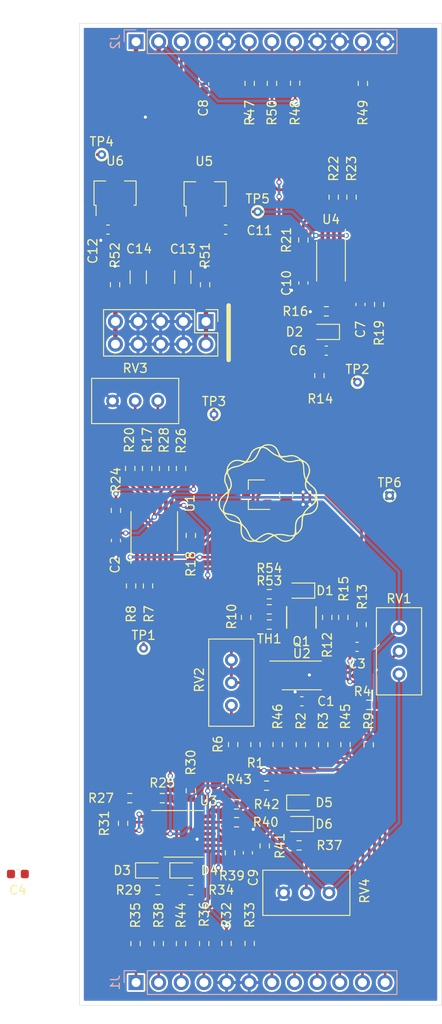
<source format=kicad_pcb>
(kicad_pcb (version 20211014) (generator pcbnew)

  (general
    (thickness 1.6)
  )

  (paper "A4")
  (layers
    (0 "F.Cu" signal)
    (31 "B.Cu" signal)
    (32 "B.Adhes" user "B.Adhesive")
    (33 "F.Adhes" user "F.Adhesive")
    (34 "B.Paste" user)
    (35 "F.Paste" user)
    (36 "B.SilkS" user "B.Silkscreen")
    (37 "F.SilkS" user "F.Silkscreen")
    (38 "B.Mask" user)
    (39 "F.Mask" user)
    (40 "Dwgs.User" user "User.Drawings")
    (41 "Cmts.User" user "User.Comments")
    (42 "Eco1.User" user "User.Eco1")
    (43 "Eco2.User" user "User.Eco2")
    (44 "Edge.Cuts" user)
    (45 "Margin" user)
    (46 "B.CrtYd" user "B.Courtyard")
    (47 "F.CrtYd" user "F.Courtyard")
    (48 "B.Fab" user)
    (49 "F.Fab" user)
  )

  (setup
    (stackup
      (layer "F.SilkS" (type "Top Silk Screen") (color "White"))
      (layer "F.Paste" (type "Top Solder Paste"))
      (layer "F.Mask" (type "Top Solder Mask") (color "Green") (thickness 0.01))
      (layer "F.Cu" (type "copper") (thickness 0.035))
      (layer "dielectric 1" (type "core") (thickness 1.51) (material "FR4") (epsilon_r 4.5) (loss_tangent 0.02))
      (layer "B.Cu" (type "copper") (thickness 0.035))
      (layer "B.Mask" (type "Bottom Solder Mask") (color "Green") (thickness 0.01))
      (layer "B.Paste" (type "Bottom Solder Paste"))
      (layer "B.SilkS" (type "Bottom Silk Screen") (color "White"))
      (copper_finish "ENIG")
      (dielectric_constraints no)
    )
    (pad_to_mask_clearance 0.05)
    (solder_mask_min_width 0.2)
    (grid_origin 100 140)
    (pcbplotparams
      (layerselection 0x00010fc_ffffffff)
      (disableapertmacros false)
      (usegerberextensions false)
      (usegerberattributes true)
      (usegerberadvancedattributes true)
      (creategerberjobfile true)
      (svguseinch false)
      (svgprecision 6)
      (excludeedgelayer true)
      (plotframeref false)
      (viasonmask false)
      (mode 1)
      (useauxorigin false)
      (hpglpennumber 1)
      (hpglpenspeed 20)
      (hpglpendiameter 15.000000)
      (dxfpolygonmode true)
      (dxfimperialunits true)
      (dxfusepcbnewfont true)
      (psnegative false)
      (psa4output false)
      (plotreference true)
      (plotvalue true)
      (plotinvisibletext false)
      (sketchpadsonfab false)
      (subtractmaskfromsilk false)
      (outputformat 1)
      (mirror false)
      (drillshape 1)
      (scaleselection 1)
      (outputdirectory "")
    )
  )

  (net 0 "")
  (net 1 "-12V")
  (net 2 "+12V")
  (net 3 "Net-(C3-Pad2)")
  (net 4 "Net-(C3-Pad1)")
  (net 5 "Net-(C5-Pad2)")
  (net 6 "Net-(C5-Pad1)")
  (net 7 "Net-(C6-Pad2)")
  (net 8 "Net-(C6-Pad1)")
  (net 9 "Net-(C7-Pad2)")
  (net 10 "/SOFT_SYNC")
  (net 11 "/HARD_SYNC")
  (net 12 "Net-(C9-Pad2)")
  (net 13 "Net-(C9-Pad1)")
  (net 14 "Net-(D1-Pad2)")
  (net 15 "Net-(D1-Pad1)")
  (net 16 "Net-(D3-Pad2)")
  (net 17 "Net-(D3-Pad1)")
  (net 18 "Net-(D4-Pad2)")
  (net 19 "GND")
  (net 20 "Net-(D5-Pad1)")
  (net 21 "/FM")
  (net 22 "/PWM_IN")
  (net 23 "/EXP_FM")
  (net 24 "/FINE")
  (net 25 "/COARSE")
  (net 26 "/POT_N")
  (net 27 "/VOCT2")
  (net 28 "/PMW_POT")
  (net 29 "/VOCT")
  (net 30 "/POT_P")
  (net 31 "/PULSE")
  (net 32 "/SINE")
  (net 33 "/TRI")
  (net 34 "/SAW")
  (net 35 "Net-(Q1-Pad1)")
  (net 36 "Net-(R1-Pad2)")
  (net 37 "Net-(R4-Pad2)")
  (net 38 "Net-(R6-Pad1)")
  (net 39 "Net-(R7-Pad1)")
  (net 40 "Net-(R10-Pad2)")
  (net 41 "Net-(R17-Pad1)")
  (net 42 "Net-(R18-Pad2)")
  (net 43 "Net-(R18-Pad1)")
  (net 44 "Net-(R20-Pad2)")
  (net 45 "Net-(R21-Pad2)")
  (net 46 "Net-(R24-Pad2)")
  (net 47 "Net-(R26-Pad2)")
  (net 48 "Net-(R27-Pad2)")
  (net 49 "Net-(R28-Pad1)")
  (net 50 "Net-(R31-Pad2)")
  (net 51 "Net-(R32-Pad2)")
  (net 52 "Net-(R32-Pad1)")
  (net 53 "Net-(R37-Pad2)")
  (net 54 "Net-(R40-Pad2)")
  (net 55 "Net-(R42-Pad2)")
  (net 56 "-VDC")
  (net 57 "+VDC")
  (net 58 "Net-(P2-Pad10)")
  (net 59 "Net-(P2-Pad1)")
  (net 60 "Net-(R10-Pad1)")

  (footprint "Capacitor_SMD:C_0603_1608Metric" (layer "F.Cu") (at 124.95 105.95 180))

  (footprint "Capacitor_SMD:C_0603_1608Metric" (layer "F.Cu") (at 104.1 87.9375 90))

  (footprint "Capacitor_SMD:C_0603_1608Metric" (layer "F.Cu") (at 131.15 99.85))

  (footprint "Capacitor_SMD:C_0603_1608Metric" (layer "F.Cu") (at 93.1 125.3))

  (footprint "Capacitor_SMD:C_0805_2012Metric" (layer "F.Cu") (at 123.2 82.8 -90))

  (footprint "Capacitor_SMD:C_0603_1608Metric" (layer "F.Cu") (at 127.7 66.6625 180))

  (footprint "Capacitor_SMD:C_0603_1608Metric" (layer "F.Cu") (at 131.525 61.4875 90))

  (footprint "Capacitor_SMD:C_0603_1608Metric" (layer "F.Cu") (at 114 36.775 90))

  (footprint "Diode_SMD:D_SOD-323" (layer "F.Cu") (at 124.9 93.55 180))

  (footprint "Diode_SMD:D_SOD-323" (layer "F.Cu") (at 127.675 64.5625 180))

  (footprint "Diode_SMD:D_SOD-323" (layer "F.Cu") (at 107.8 124.9))

  (footprint "Diode_SMD:D_SOD-323" (layer "F.Cu") (at 111.65 124.9))

  (footprint "Diode_SMD:D_SOD-323" (layer "F.Cu") (at 124.75 117.3))

  (footprint "Diode_SMD:D_SOD-323" (layer "F.Cu") (at 124.75 119.7 180))

  (footprint "project_oscillator:SOT-457, SC-74" (layer "F.Cu") (at 124.9 96.55 -90))

  (footprint "Package_TO_SOT_SMD:SC-59" (layer "F.Cu") (at 119.9 82.8 180))

  (footprint "Resistor_SMD:R_0603_1608Metric" (layer "F.Cu") (at 119.75 110.8 90))

  (footprint "Resistor_SMD:R_0603_1608Metric" (layer "F.Cu") (at 127.35 110.8 90))

  (footprint "Resistor_SMD:R_0603_1608Metric" (layer "F.Cu") (at 117.25 110.8 -90))

  (footprint "Resistor_SMD:R_0603_1608Metric" (layer "F.Cu") (at 132.45 110.825 -90))

  (footprint "Resistor_SMD:R_0603_1608Metric" (layer "F.Cu") (at 127.8 96.55 90))

  (footprint "Resistor_SMD:R_0603_1608Metric" (layer "F.Cu") (at 131.65 97.35 -90))

  (footprint "Resistor_SMD:R_0603_1608Metric" (layer "F.Cu") (at 126.925 69.4625 -90))

  (footprint "Resistor_SMD:R_0603_1608Metric" (layer "F.Cu") (at 129.6 96.55 -90))

  (footprint "Resistor_SMD:R_0603_1608Metric" (layer "F.Cu") (at 107.6 79.8625 -90))

  (footprint "Resistor_SMD:R_0603_1608Metric" (layer "F.Cu") (at 133.625 61.4875 -90))

  (footprint "Resistor_SMD:R_0603_1608Metric" (layer "F.Cu") (at 105.7 79.8625 90))

  (footprint "Resistor_SMD:R_0603_1608Metric" (layer "F.Cu") (at 125.125 54.2625 90))

  (footprint "Resistor_SMD:R_0603_1608Metric" (layer "F.Cu") (at 128.525 49.4625 90))

  (footprint "Resistor_SMD:R_0603_1608Metric" (layer "F.Cu") (at 130.525 49.4625 -90))

  (footprint "Resistor_SMD:R_0603_1608Metric" (layer "F.Cu") (at 104.1 84.5625 90))

  (footprint "Resistor_SMD:R_0603_1608Metric" (layer "F.Cu") (at 109.3 116.8))

  (footprint "Resistor_SMD:R_0603_1608Metric" (layer "F.Cu") (at 111.4 79.8625 -90))

  (footprint "Resistor_SMD:R_0603_1608Metric" (layer "F.Cu") (at 105.65 116.8 180))

  (footprint "Resistor_SMD:R_0603_1608Metric" (layer "F.Cu") (at 109.5 79.8625 90))

  (footprint "Resistor_SMD:R_0603_1608Metric" (layer "F.Cu") (at 108.8 127.1))

  (footprint "Resistor_SMD:R_0603_1608Metric" (layer "F.Cu") (at 104.9 119.625 -90))

  (footprint "Resistor_SMD:R_0603_1608Metric" (layer "F.Cu") (at 116.5 133.075 -90))

  (footprint "Resistor_SMD:R_0603_1608Metric" (layer "F.Cu") (at 119.1 133.075 90))

  (footprint "Resistor_SMD:R_0603_1608Metric" (layer "F.Cu") (at 112.5 127.1))

  (footprint "Resistor_SMD:R_0603_1608Metric" (layer "F.Cu") (at 106.3 133.1 -90))

  (footprint "Resistor_SMD:R_0603_1608Metric" (layer "F.Cu") (at 114 133.1 -90))

  (footprint "Resistor_SMD:R_0603_1608Metric" (layer "F.Cu") (at 124.645841 122.094882))

  (footprint "Resistor_SMD:R_0603_1608Metric" (layer "F.Cu") (at 108.9 133.1 -90))

  (footprint "Resistor_SMD:R_0603_1608Metric" (layer "F.Cu") (at 116.9 122.925 90))

  (footprint "Resistor_SMD:R_0603_1608Metric" (layer "F.Cu") (at 117.625 119.5 180))

  (footprint "Resistor_SMD:R_0603_1608Metric" (layer "F.Cu") (at 120.788658 122.150351 -90))

  (footprint "Resistor_SMD:R_0603_1608Metric" (layer "F.Cu") (at 117.625 117.5 180))

  (footprint "Resistor_SMD:R_0603_1608Metric" (layer "F.Cu") (at 121 115.4))

  (footprint "Resistor_SMD:R_0603_1608Metric" (layer "F.Cu") (at 111.4 133.1 -90))

  (footprint "Resistor_SMD:R_0603_1608Metric" (layer "F.Cu") (at 129.85 110.8 90))

  (footprint "Resistor_SMD:R_0603_1608Metric" (layer "F.Cu") (at 122.25 110.8 90))

  (footprint "Resistor_SMD:R_0603_1608Metric" (layer "F.Cu") (at 119.1 36.725 -90))

  (footprint "Resistor_SMD:R_0603_1608Metric" (layer "F.Cu") (at 124.2 36.7 -90))

  (footprint "Resistor_SMD:R_0603_1608Metric" (layer "F.Cu") (at 131.8 36.725 -90))

  (footprint "Potentiometer_THT:Potentiometer_Bourns_3296W_Vertical" (layer "F.Cu") (at 135.85 97.81 90))

  (footprint "Potentiometer_THT:Potentiometer_Bourns_3296W_Vertical" (layer "F.Cu") (at 117.05 106.4 -90))

  (footprint "Potentiometer_THT:Potentiometer_Bourns_3296W_Vertical" (layer "F.Cu") (at 128 127.4))

  (footprint "Package_SO:TSSOP-14_4.4x5mm_P0.65mm" (layer "F.Cu") (at 108.4 86.9 90))

  (footprint "Package_SO:TSSOP-14_4.4x5mm_P0.65mm" (layer "F.Cu") (at 111.7 120.8))

  (footprint "Package_SO:TSSOP-8_4.4x3mm_P0.65mm" (layer 
... [1032370 chars truncated]
</source>
